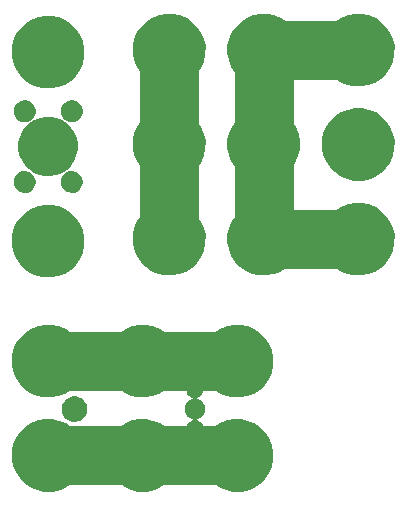
<source format=gbs>
%TF.GenerationSoftware,KiCad,Pcbnew,4.0.4+e1-6308~48~ubuntu14.04.1-stable*%
%TF.CreationDate,2016-11-21T10:30:33-08:00*%
%TF.ProjectId,VibeMotor-Button-Battery,566962654D6F746F722D427574746F6E,rev?*%
%TF.FileFunction,Soldermask,Bot*%
%FSLAX46Y46*%
G04 Gerber Fmt 4.6, Leading zero omitted, Abs format (unit mm)*
G04 Created by KiCad (PCBNEW 4.0.4+e1-6308~48~ubuntu14.04.1-stable) date Mon Nov 21 10:30:33 2016*
%MOMM*%
%LPD*%
G01*
G04 APERTURE LIST*
%ADD10C,0.350000*%
%ADD11C,5.000000*%
G04 APERTURE END LIST*
D10*
D11*
X151132000Y-118490000D02*
X167132000Y-118490000D01*
X167132000Y-110490000D02*
X151132000Y-110490000D01*
X169380900Y-100163900D02*
X177380900Y-100163900D01*
X169380900Y-84163900D02*
X169380900Y-100163900D01*
X177380900Y-84163900D02*
X169380900Y-84163900D01*
X161380900Y-100163900D02*
X161380900Y-84163900D01*
D10*
G36*
X167455110Y-115415847D02*
X168046055Y-115537151D01*
X168602198Y-115770932D01*
X169102334Y-116108278D01*
X169527421Y-116536343D01*
X169861266Y-117038821D01*
X170091156Y-117596576D01*
X170208264Y-118188014D01*
X170208264Y-118188024D01*
X170208331Y-118188363D01*
X170198710Y-118877416D01*
X170198633Y-118877754D01*
X170198633Y-118877762D01*
X170065057Y-119465701D01*
X169819685Y-120016816D01*
X169471937Y-120509778D01*
X169035062Y-120925809D01*
X168525700Y-121249061D01*
X167963254Y-121467219D01*
X167369147Y-121571976D01*
X166766003Y-121559342D01*
X166176800Y-121429797D01*
X165623982Y-121188277D01*
X165128607Y-120843982D01*
X164709537Y-120410023D01*
X164382738Y-119902930D01*
X164160656Y-119342014D01*
X164051755Y-118748658D01*
X164060177Y-118145441D01*
X164185606Y-117555347D01*
X164423259Y-117000858D01*
X164764091Y-116503088D01*
X165195112Y-116081000D01*
X165699913Y-115750668D01*
X166259259Y-115524677D01*
X166851845Y-115411636D01*
X167455110Y-115415847D01*
X167455110Y-115415847D01*
G37*
G36*
X151455110Y-115415847D02*
X152046055Y-115537151D01*
X152602198Y-115770932D01*
X153102334Y-116108278D01*
X153527421Y-116536343D01*
X153861266Y-117038821D01*
X154091156Y-117596576D01*
X154208264Y-118188014D01*
X154208264Y-118188024D01*
X154208331Y-118188363D01*
X154198710Y-118877416D01*
X154198633Y-118877754D01*
X154198633Y-118877762D01*
X154065057Y-119465701D01*
X153819685Y-120016816D01*
X153471937Y-120509778D01*
X153035062Y-120925809D01*
X152525700Y-121249061D01*
X151963254Y-121467219D01*
X151369147Y-121571976D01*
X150766003Y-121559342D01*
X150176800Y-121429797D01*
X149623982Y-121188277D01*
X149128607Y-120843982D01*
X148709537Y-120410023D01*
X148382738Y-119902930D01*
X148160656Y-119342014D01*
X148051755Y-118748658D01*
X148060177Y-118145441D01*
X148185606Y-117555347D01*
X148423259Y-117000858D01*
X148764091Y-116503088D01*
X149195112Y-116081000D01*
X149699913Y-115750668D01*
X150259259Y-115524677D01*
X150851845Y-115411636D01*
X151455110Y-115415847D01*
X151455110Y-115415847D01*
G37*
G36*
X159455110Y-115415847D02*
X160046055Y-115537151D01*
X160602198Y-115770932D01*
X161102334Y-116108278D01*
X161527421Y-116536343D01*
X161861266Y-117038821D01*
X162091156Y-117596576D01*
X162208264Y-118188014D01*
X162208264Y-118188024D01*
X162208331Y-118188363D01*
X162198710Y-118877416D01*
X162198633Y-118877754D01*
X162198633Y-118877762D01*
X162065057Y-119465701D01*
X161819685Y-120016816D01*
X161471937Y-120509778D01*
X161035062Y-120925809D01*
X160525700Y-121249061D01*
X159963254Y-121467219D01*
X159369147Y-121571976D01*
X158766003Y-121559342D01*
X158176800Y-121429797D01*
X157623982Y-121188277D01*
X157128607Y-120843982D01*
X156709537Y-120410023D01*
X156382738Y-119902930D01*
X156160656Y-119342014D01*
X156051755Y-118748658D01*
X156060177Y-118145441D01*
X156185606Y-117555347D01*
X156423259Y-117000858D01*
X156764091Y-116503088D01*
X157195112Y-116081000D01*
X157699913Y-115750668D01*
X158259259Y-115524677D01*
X158851845Y-115411636D01*
X159455110Y-115415847D01*
X159455110Y-115415847D01*
G37*
G36*
X163633280Y-112189281D02*
X163772779Y-112217917D01*
X163904073Y-112273108D01*
X164022140Y-112352745D01*
X164122491Y-112453798D01*
X164201300Y-112572417D01*
X164255571Y-112704087D01*
X164283164Y-112843443D01*
X164283164Y-112843453D01*
X164283231Y-112843792D01*
X164280960Y-113006457D01*
X164280883Y-113006795D01*
X164280883Y-113006804D01*
X164249409Y-113145337D01*
X164191486Y-113275436D01*
X164109391Y-113391811D01*
X164006258Y-113490024D01*
X163886012Y-113566334D01*
X163757473Y-113616192D01*
X163745006Y-113623185D01*
X163734980Y-113633375D01*
X163728190Y-113645954D01*
X163725174Y-113659927D01*
X163726169Y-113674187D01*
X163731098Y-113687605D01*
X163739570Y-113699119D01*
X163750914Y-113707816D01*
X163765629Y-113713316D01*
X163817350Y-113723933D01*
X163975762Y-113790523D01*
X164118216Y-113886609D01*
X164239294Y-114008535D01*
X164334381Y-114151654D01*
X164399863Y-114310524D01*
X164433169Y-114478735D01*
X164433238Y-114479084D01*
X164430497Y-114675348D01*
X164430420Y-114675686D01*
X164430420Y-114675695D01*
X164392429Y-114842913D01*
X164322540Y-114999885D01*
X164223490Y-115140298D01*
X164099053Y-115258797D01*
X163953970Y-115350870D01*
X163793769Y-115413008D01*
X163769813Y-115417232D01*
X163756225Y-115421670D01*
X163744411Y-115429718D01*
X163735307Y-115440739D01*
X163729634Y-115453860D01*
X163727841Y-115468042D01*
X163730070Y-115482162D01*
X163736144Y-115495102D01*
X163745583Y-115505837D01*
X163757639Y-115513518D01*
X163768421Y-115517023D01*
X163772783Y-115517918D01*
X163904073Y-115573108D01*
X164022140Y-115652745D01*
X164122491Y-115753798D01*
X164201300Y-115872417D01*
X164255571Y-116004087D01*
X164283164Y-116143443D01*
X164283164Y-116143453D01*
X164283231Y-116143792D01*
X164280960Y-116306457D01*
X164280883Y-116306795D01*
X164280883Y-116306804D01*
X164249409Y-116445337D01*
X164191486Y-116575436D01*
X164109391Y-116691811D01*
X164006258Y-116790024D01*
X163886013Y-116866334D01*
X163753233Y-116917836D01*
X163612985Y-116942566D01*
X163470599Y-116939583D01*
X163331504Y-116909001D01*
X163200999Y-116851985D01*
X163084058Y-116770709D01*
X162985127Y-116668263D01*
X162907979Y-116548552D01*
X162855550Y-116416133D01*
X162829843Y-116276063D01*
X162831831Y-116133661D01*
X162861442Y-115994355D01*
X162917544Y-115863457D01*
X162998005Y-115745947D01*
X163099756Y-115646305D01*
X163218926Y-115568323D01*
X163355589Y-115513107D01*
X163355466Y-115512803D01*
X163360286Y-115511157D01*
X163371991Y-115502952D01*
X163380947Y-115491811D01*
X163386444Y-115478615D01*
X163388048Y-115464411D01*
X163385631Y-115450322D01*
X163379384Y-115437464D01*
X163369803Y-115426856D01*
X163357646Y-115419337D01*
X163348178Y-115416256D01*
X163284927Y-115402349D01*
X163127466Y-115333556D01*
X162986370Y-115235492D01*
X162867005Y-115111886D01*
X162773922Y-114967449D01*
X162710664Y-114807678D01*
X162679647Y-114638676D01*
X162682045Y-114466859D01*
X162717772Y-114298780D01*
X162785462Y-114140845D01*
X162882543Y-113999063D01*
X163005311Y-113878839D01*
X163149096Y-113784750D01*
X163308416Y-113720379D01*
X163348925Y-113712652D01*
X163362450Y-113708025D01*
X163374150Y-113699812D01*
X163383099Y-113688666D01*
X163388589Y-113675467D01*
X163390184Y-113661262D01*
X163387759Y-113647174D01*
X163381504Y-113634320D01*
X163371917Y-113623717D01*
X163359755Y-113616206D01*
X163350314Y-113613137D01*
X163331505Y-113609002D01*
X163200999Y-113551985D01*
X163084058Y-113470709D01*
X162985127Y-113368263D01*
X162907979Y-113248552D01*
X162855550Y-113116133D01*
X162829843Y-112976063D01*
X162831831Y-112833661D01*
X162861442Y-112694355D01*
X162917544Y-112563457D01*
X162998005Y-112445947D01*
X163099756Y-112346305D01*
X163218926Y-112268323D01*
X163350972Y-112214972D01*
X163490862Y-112188287D01*
X163633280Y-112189281D01*
X163633280Y-112189281D01*
G37*
G36*
X153470042Y-113489515D02*
X153676777Y-113531952D01*
X153871347Y-113613741D01*
X154046318Y-113731761D01*
X154195033Y-113881518D01*
X154311827Y-114057308D01*
X154392253Y-114252436D01*
X154433178Y-114459124D01*
X154433178Y-114459129D01*
X154433246Y-114459473D01*
X154429880Y-114700536D01*
X154429803Y-114700874D01*
X154429803Y-114700883D01*
X154383122Y-114906349D01*
X154297281Y-115099152D01*
X154175621Y-115271615D01*
X154022782Y-115417162D01*
X153844584Y-115530250D01*
X153647810Y-115606573D01*
X153439967Y-115643222D01*
X153228957Y-115638802D01*
X153022825Y-115593481D01*
X152829422Y-115508985D01*
X152656119Y-115388536D01*
X152509508Y-115236717D01*
X152395178Y-115059310D01*
X152317481Y-114863072D01*
X152279384Y-114655492D01*
X152282330Y-114444458D01*
X152326211Y-114238013D01*
X152409353Y-114044028D01*
X152528593Y-113869883D01*
X152679384Y-113722217D01*
X152855988Y-113606651D01*
X153051675Y-113527588D01*
X153258987Y-113488042D01*
X153470042Y-113489515D01*
X153470042Y-113489515D01*
G37*
G36*
X151455110Y-107415847D02*
X152046055Y-107537151D01*
X152602198Y-107770932D01*
X153102334Y-108108278D01*
X153527421Y-108536343D01*
X153861266Y-109038821D01*
X154091156Y-109596576D01*
X154208264Y-110188014D01*
X154208264Y-110188024D01*
X154208331Y-110188363D01*
X154198710Y-110877416D01*
X154198633Y-110877754D01*
X154198633Y-110877762D01*
X154065057Y-111465701D01*
X153819685Y-112016816D01*
X153471937Y-112509778D01*
X153035062Y-112925809D01*
X152525700Y-113249061D01*
X151963254Y-113467219D01*
X151369147Y-113571976D01*
X150766003Y-113559342D01*
X150176800Y-113429797D01*
X149623982Y-113188277D01*
X149128607Y-112843982D01*
X148709537Y-112410023D01*
X148382738Y-111902930D01*
X148160656Y-111342014D01*
X148051755Y-110748658D01*
X148060177Y-110145441D01*
X148185606Y-109555347D01*
X148423259Y-109000858D01*
X148764091Y-108503088D01*
X149195112Y-108081000D01*
X149699913Y-107750668D01*
X150259259Y-107524677D01*
X150851845Y-107411636D01*
X151455110Y-107415847D01*
X151455110Y-107415847D01*
G37*
G36*
X159455110Y-107415847D02*
X160046055Y-107537151D01*
X160602198Y-107770932D01*
X161102334Y-108108278D01*
X161527421Y-108536343D01*
X161861266Y-109038821D01*
X162091156Y-109596576D01*
X162208264Y-110188014D01*
X162208264Y-110188024D01*
X162208331Y-110188363D01*
X162198710Y-110877416D01*
X162198633Y-110877754D01*
X162198633Y-110877762D01*
X162065057Y-111465701D01*
X161819685Y-112016816D01*
X161471937Y-112509778D01*
X161035062Y-112925809D01*
X160525700Y-113249061D01*
X159963254Y-113467219D01*
X159369147Y-113571976D01*
X158766003Y-113559342D01*
X158176800Y-113429797D01*
X157623982Y-113188277D01*
X157128607Y-112843982D01*
X156709537Y-112410023D01*
X156382738Y-111902930D01*
X156160656Y-111342014D01*
X156051755Y-110748658D01*
X156060177Y-110145441D01*
X156185606Y-109555347D01*
X156423259Y-109000858D01*
X156764091Y-108503088D01*
X157195112Y-108081000D01*
X157699913Y-107750668D01*
X158259259Y-107524677D01*
X158851845Y-107411636D01*
X159455110Y-107415847D01*
X159455110Y-107415847D01*
G37*
G36*
X167455110Y-107415847D02*
X168046055Y-107537151D01*
X168602198Y-107770932D01*
X169102334Y-108108278D01*
X169527421Y-108536343D01*
X169861266Y-109038821D01*
X170091156Y-109596576D01*
X170208264Y-110188014D01*
X170208264Y-110188024D01*
X170208331Y-110188363D01*
X170198710Y-110877416D01*
X170198633Y-110877754D01*
X170198633Y-110877762D01*
X170065057Y-111465701D01*
X169819685Y-112016816D01*
X169471937Y-112509778D01*
X169035062Y-112925809D01*
X168525700Y-113249061D01*
X167963254Y-113467219D01*
X167369147Y-113571976D01*
X166766003Y-113559342D01*
X166176800Y-113429797D01*
X165623982Y-113188277D01*
X165128607Y-112843982D01*
X164709537Y-112410023D01*
X164382738Y-111902930D01*
X164160656Y-111342014D01*
X164051755Y-110748658D01*
X164060177Y-110145441D01*
X164185606Y-109555347D01*
X164423259Y-109000858D01*
X164764091Y-108503088D01*
X165195112Y-108081000D01*
X165699913Y-107750668D01*
X166259259Y-107524677D01*
X166851845Y-107411636D01*
X167455110Y-107415847D01*
X167455110Y-107415847D01*
G37*
G36*
X151453110Y-97255847D02*
X152044055Y-97377151D01*
X152600198Y-97610932D01*
X153100334Y-97948278D01*
X153525421Y-98376343D01*
X153859266Y-98878821D01*
X154089156Y-99436576D01*
X154206264Y-100028014D01*
X154206264Y-100028024D01*
X154206331Y-100028363D01*
X154196710Y-100717416D01*
X154196633Y-100717754D01*
X154196633Y-100717762D01*
X154063057Y-101305701D01*
X153817685Y-101856816D01*
X153469937Y-102349778D01*
X153033062Y-102765809D01*
X152523700Y-103089061D01*
X151961254Y-103307219D01*
X151367147Y-103411976D01*
X150764003Y-103399342D01*
X150174800Y-103269797D01*
X149621982Y-103028277D01*
X149126607Y-102683982D01*
X148707537Y-102250023D01*
X148380738Y-101742930D01*
X148158656Y-101182014D01*
X148049755Y-100588658D01*
X148058177Y-99985441D01*
X148183606Y-99395347D01*
X148421259Y-98840858D01*
X148762091Y-98343088D01*
X149193112Y-97921000D01*
X149697913Y-97590668D01*
X150257259Y-97364677D01*
X150849845Y-97251636D01*
X151453110Y-97255847D01*
X151453110Y-97255847D01*
G37*
G36*
X177704010Y-97089747D02*
X178294955Y-97211051D01*
X178851098Y-97444832D01*
X179351234Y-97782178D01*
X179776321Y-98210243D01*
X180110166Y-98712721D01*
X180340056Y-99270476D01*
X180457164Y-99861914D01*
X180457164Y-99861924D01*
X180457231Y-99862263D01*
X180447610Y-100551316D01*
X180447533Y-100551654D01*
X180447533Y-100551662D01*
X180313957Y-101139601D01*
X180068585Y-101690716D01*
X179720837Y-102183678D01*
X179283962Y-102599709D01*
X178774600Y-102922961D01*
X178212154Y-103141119D01*
X177618047Y-103245876D01*
X177014903Y-103233242D01*
X176425700Y-103103697D01*
X175872882Y-102862177D01*
X175377507Y-102517882D01*
X174958437Y-102083923D01*
X174631638Y-101576830D01*
X174409556Y-101015914D01*
X174300655Y-100422558D01*
X174309077Y-99819341D01*
X174434506Y-99229247D01*
X174672159Y-98674758D01*
X175012991Y-98176988D01*
X175444012Y-97754900D01*
X175948813Y-97424568D01*
X176508159Y-97198577D01*
X177100745Y-97085536D01*
X177704010Y-97089747D01*
X177704010Y-97089747D01*
G37*
G36*
X169704010Y-97089747D02*
X170294955Y-97211051D01*
X170851098Y-97444832D01*
X171351234Y-97782178D01*
X171776321Y-98210243D01*
X172110166Y-98712721D01*
X172340056Y-99270476D01*
X172457164Y-99861914D01*
X172457164Y-99861924D01*
X172457231Y-99862263D01*
X172447610Y-100551316D01*
X172447533Y-100551654D01*
X172447533Y-100551662D01*
X172313957Y-101139601D01*
X172068585Y-101690716D01*
X171720837Y-102183678D01*
X171283962Y-102599709D01*
X170774600Y-102922961D01*
X170212154Y-103141119D01*
X169618047Y-103245876D01*
X169014903Y-103233242D01*
X168425700Y-103103697D01*
X167872882Y-102862177D01*
X167377507Y-102517882D01*
X166958437Y-102083923D01*
X166631638Y-101576830D01*
X166409556Y-101015914D01*
X166300655Y-100422558D01*
X166309077Y-99819341D01*
X166434506Y-99229247D01*
X166672159Y-98674758D01*
X167012991Y-98176988D01*
X167444012Y-97754900D01*
X167948813Y-97424568D01*
X168508159Y-97198577D01*
X169100745Y-97085536D01*
X169704010Y-97089747D01*
X169704010Y-97089747D01*
G37*
G36*
X161704010Y-97089747D02*
X162294955Y-97211051D01*
X162851098Y-97444832D01*
X163351234Y-97782178D01*
X163776321Y-98210243D01*
X164110166Y-98712721D01*
X164340056Y-99270476D01*
X164457164Y-99861914D01*
X164457164Y-99861924D01*
X164457231Y-99862263D01*
X164447610Y-100551316D01*
X164447533Y-100551654D01*
X164447533Y-100551662D01*
X164313957Y-101139601D01*
X164068585Y-101690716D01*
X163720837Y-102183678D01*
X163283962Y-102599709D01*
X162774600Y-102922961D01*
X162212154Y-103141119D01*
X161618047Y-103245876D01*
X161014903Y-103233242D01*
X160425700Y-103103697D01*
X159872882Y-102862177D01*
X159377507Y-102517882D01*
X158958437Y-102083923D01*
X158631638Y-101576830D01*
X158409556Y-101015914D01*
X158300655Y-100422558D01*
X158309077Y-99819341D01*
X158434506Y-99229247D01*
X158672159Y-98674758D01*
X159012991Y-98176988D01*
X159444012Y-97754900D01*
X159948813Y-97424568D01*
X160508159Y-97198577D01*
X161100745Y-97085536D01*
X161704010Y-97089747D01*
X161704010Y-97089747D01*
G37*
G36*
X149241486Y-94411015D02*
X149419407Y-94447537D01*
X149586858Y-94517927D01*
X149737441Y-94619497D01*
X149865429Y-94748381D01*
X149965943Y-94899669D01*
X150035162Y-95067605D01*
X150070372Y-95245427D01*
X150070372Y-95245442D01*
X150070439Y-95245781D01*
X150067542Y-95453245D01*
X150067466Y-95453579D01*
X150067466Y-95453592D01*
X150027302Y-95630372D01*
X149953426Y-95796302D01*
X149848723Y-95944727D01*
X149717185Y-96069988D01*
X149563823Y-96167316D01*
X149394479Y-96233000D01*
X149215603Y-96264541D01*
X149034004Y-96260736D01*
X148856602Y-96221732D01*
X148690155Y-96149013D01*
X148541007Y-96045353D01*
X148414831Y-95914694D01*
X148316436Y-95762013D01*
X148249568Y-95593127D01*
X148216781Y-95414480D01*
X148219316Y-95232859D01*
X148257082Y-95055188D01*
X148328635Y-94888240D01*
X148431255Y-94738368D01*
X148561029Y-94611284D01*
X148713019Y-94511825D01*
X148881431Y-94443782D01*
X149059848Y-94409747D01*
X149241486Y-94411015D01*
X149241486Y-94411015D01*
G37*
G36*
X153241486Y-94411015D02*
X153419407Y-94447537D01*
X153586858Y-94517927D01*
X153737441Y-94619497D01*
X153865429Y-94748381D01*
X153965943Y-94899669D01*
X154035162Y-95067605D01*
X154070372Y-95245427D01*
X154070372Y-95245442D01*
X154070439Y-95245781D01*
X154067542Y-95453245D01*
X154067466Y-95453579D01*
X154067466Y-95453592D01*
X154027302Y-95630372D01*
X153953426Y-95796302D01*
X153848723Y-95944727D01*
X153717185Y-96069988D01*
X153563823Y-96167316D01*
X153394479Y-96233000D01*
X153215603Y-96264541D01*
X153034004Y-96260736D01*
X152856602Y-96221732D01*
X152690155Y-96149013D01*
X152541007Y-96045353D01*
X152414831Y-95914694D01*
X152316436Y-95762013D01*
X152249568Y-95593127D01*
X152216781Y-95414480D01*
X152219316Y-95232859D01*
X152257082Y-95055188D01*
X152328635Y-94888240D01*
X152431255Y-94738368D01*
X152561029Y-94611284D01*
X152713019Y-94511825D01*
X152881431Y-94443782D01*
X153059848Y-94409747D01*
X153241486Y-94411015D01*
X153241486Y-94411015D01*
G37*
G36*
X169704010Y-89089747D02*
X170294955Y-89211051D01*
X170851098Y-89444832D01*
X171351234Y-89782178D01*
X171776321Y-90210243D01*
X172110166Y-90712721D01*
X172340056Y-91270476D01*
X172457164Y-91861914D01*
X172457164Y-91861924D01*
X172457231Y-91862263D01*
X172447610Y-92551316D01*
X172447533Y-92551654D01*
X172447533Y-92551662D01*
X172313957Y-93139601D01*
X172068585Y-93690716D01*
X171720837Y-94183678D01*
X171283962Y-94599709D01*
X170774600Y-94922961D01*
X170212154Y-95141119D01*
X169618047Y-95245876D01*
X169014903Y-95233242D01*
X168425700Y-95103697D01*
X167872882Y-94862177D01*
X167377507Y-94517882D01*
X166958437Y-94083923D01*
X166631638Y-93576830D01*
X166409556Y-93015914D01*
X166300655Y-92422558D01*
X166309077Y-91819341D01*
X166434506Y-91229247D01*
X166672159Y-90674758D01*
X167012991Y-90176988D01*
X167444012Y-89754900D01*
X167948813Y-89424568D01*
X168508159Y-89198577D01*
X169100745Y-89085536D01*
X169704010Y-89089747D01*
X169704010Y-89089747D01*
G37*
G36*
X177704010Y-89089747D02*
X178294955Y-89211051D01*
X178851098Y-89444832D01*
X179351234Y-89782178D01*
X179776321Y-90210243D01*
X180110166Y-90712721D01*
X180340056Y-91270476D01*
X180457164Y-91861914D01*
X180457164Y-91861924D01*
X180457231Y-91862263D01*
X180447610Y-92551316D01*
X180447533Y-92551654D01*
X180447533Y-92551662D01*
X180313957Y-93139601D01*
X180068585Y-93690716D01*
X179720837Y-94183678D01*
X179283962Y-94599709D01*
X178774600Y-94922961D01*
X178212154Y-95141119D01*
X177618047Y-95245876D01*
X177014903Y-95233242D01*
X176425700Y-95103697D01*
X175872882Y-94862177D01*
X175377507Y-94517882D01*
X174958437Y-94083923D01*
X174631638Y-93576830D01*
X174409556Y-93015914D01*
X174300655Y-92422558D01*
X174309077Y-91819341D01*
X174434506Y-91229247D01*
X174672159Y-90674758D01*
X175012991Y-90176988D01*
X175444012Y-89754900D01*
X175948813Y-89424568D01*
X176508159Y-89198577D01*
X177100745Y-89085536D01*
X177704010Y-89089747D01*
X177704010Y-89089747D01*
G37*
G36*
X161704010Y-89089747D02*
X162294955Y-89211051D01*
X162851098Y-89444832D01*
X163351234Y-89782178D01*
X163776321Y-90210243D01*
X164110166Y-90712721D01*
X164340056Y-91270476D01*
X164457164Y-91861914D01*
X164457164Y-91861924D01*
X164457231Y-91862263D01*
X164447610Y-92551316D01*
X164447533Y-92551654D01*
X164447533Y-92551662D01*
X164313957Y-93139601D01*
X164068585Y-93690716D01*
X163720837Y-94183678D01*
X163283962Y-94599709D01*
X162774600Y-94922961D01*
X162212154Y-95141119D01*
X161618047Y-95245876D01*
X161014903Y-95233242D01*
X160425700Y-95103697D01*
X159872882Y-94862177D01*
X159377507Y-94517882D01*
X158958437Y-94083923D01*
X158631638Y-93576830D01*
X158409556Y-93015914D01*
X158300655Y-92422558D01*
X158309077Y-91819341D01*
X158434506Y-91229247D01*
X158672159Y-90674758D01*
X159012991Y-90176988D01*
X159444012Y-89754900D01*
X159948813Y-89424568D01*
X160508159Y-89198577D01*
X161100745Y-89085536D01*
X161704010Y-89089747D01*
X161704010Y-89089747D01*
G37*
G36*
X151394291Y-89815473D02*
X151877658Y-89914695D01*
X152332560Y-90105918D01*
X152741650Y-90381853D01*
X153089353Y-90731991D01*
X153362424Y-91142997D01*
X153550464Y-91599216D01*
X153646240Y-92082925D01*
X153646240Y-92082930D01*
X153646308Y-92083274D01*
X153638438Y-92646889D01*
X153638361Y-92647227D01*
X153638361Y-92647236D01*
X153529116Y-93128083D01*
X153328412Y-93578870D01*
X153043969Y-93982093D01*
X152686624Y-94322388D01*
X152269989Y-94586794D01*
X151809928Y-94765239D01*
X151323977Y-94850926D01*
X150830630Y-94840591D01*
X150348687Y-94734629D01*
X149896505Y-94537076D01*
X149491310Y-94255458D01*
X149148529Y-93900498D01*
X148881221Y-93485716D01*
X148699566Y-93026911D01*
X148610490Y-92541571D01*
X148617379Y-92048166D01*
X148719975Y-91565494D01*
X148914365Y-91111945D01*
X149193151Y-90704790D01*
X149545708Y-90359540D01*
X149958613Y-90089343D01*
X150416136Y-89904491D01*
X150900844Y-89812029D01*
X151394291Y-89815473D01*
X151394291Y-89815473D01*
G37*
G36*
X149241486Y-88411015D02*
X149419407Y-88447537D01*
X149586858Y-88517927D01*
X149737441Y-88619497D01*
X149865429Y-88748381D01*
X149965943Y-88899669D01*
X150035162Y-89067605D01*
X150070372Y-89245427D01*
X150070372Y-89245442D01*
X150070439Y-89245781D01*
X150067542Y-89453245D01*
X150067466Y-89453579D01*
X150067466Y-89453592D01*
X150027302Y-89630372D01*
X149953426Y-89796302D01*
X149848723Y-89944727D01*
X149717185Y-90069988D01*
X149563823Y-90167316D01*
X149394479Y-90233000D01*
X149215603Y-90264541D01*
X149034004Y-90260736D01*
X148856602Y-90221732D01*
X148690155Y-90149013D01*
X148541007Y-90045353D01*
X148414831Y-89914694D01*
X148316436Y-89762013D01*
X148249568Y-89593127D01*
X148216781Y-89414480D01*
X148219316Y-89232859D01*
X148257082Y-89055188D01*
X148328635Y-88888240D01*
X148431255Y-88738368D01*
X148561029Y-88611284D01*
X148713019Y-88511825D01*
X148881431Y-88443782D01*
X149059848Y-88409747D01*
X149241486Y-88411015D01*
X149241486Y-88411015D01*
G37*
G36*
X153241486Y-88411015D02*
X153419407Y-88447537D01*
X153586858Y-88517927D01*
X153737441Y-88619497D01*
X153865429Y-88748381D01*
X153965943Y-88899669D01*
X154035162Y-89067605D01*
X154070372Y-89245427D01*
X154070372Y-89245442D01*
X154070439Y-89245781D01*
X154067542Y-89453245D01*
X154067466Y-89453579D01*
X154067466Y-89453592D01*
X154027302Y-89630372D01*
X153953426Y-89796302D01*
X153848723Y-89944727D01*
X153717185Y-90069988D01*
X153563823Y-90167316D01*
X153394479Y-90233000D01*
X153215603Y-90264541D01*
X153034004Y-90260736D01*
X152856602Y-90221732D01*
X152690155Y-90149013D01*
X152541007Y-90045353D01*
X152414831Y-89914694D01*
X152316436Y-89762013D01*
X152249568Y-89593127D01*
X152216781Y-89414480D01*
X152219316Y-89232859D01*
X152257082Y-89055188D01*
X152328635Y-88888240D01*
X152431255Y-88738368D01*
X152561029Y-88611284D01*
X152713019Y-88511825D01*
X152881431Y-88443782D01*
X153059848Y-88409747D01*
X153241486Y-88411015D01*
X153241486Y-88411015D01*
G37*
G36*
X151453110Y-81255847D02*
X152044055Y-81377151D01*
X152600198Y-81610932D01*
X153100334Y-81948278D01*
X153525421Y-82376343D01*
X153859266Y-82878821D01*
X154089156Y-83436576D01*
X154206264Y-84028014D01*
X154206264Y-84028024D01*
X154206331Y-84028363D01*
X154196710Y-84717416D01*
X154196633Y-84717754D01*
X154196633Y-84717762D01*
X154063057Y-85305701D01*
X153817685Y-85856816D01*
X153469937Y-86349778D01*
X153033062Y-86765809D01*
X152523700Y-87089061D01*
X151961254Y-87307219D01*
X151367147Y-87411976D01*
X150764003Y-87399342D01*
X150174800Y-87269797D01*
X149621982Y-87028277D01*
X149126607Y-86683982D01*
X148707537Y-86250023D01*
X148380738Y-85742930D01*
X148158656Y-85182014D01*
X148049755Y-84588658D01*
X148058177Y-83985441D01*
X148183606Y-83395347D01*
X148421259Y-82840858D01*
X148762091Y-82343088D01*
X149193112Y-81921000D01*
X149697913Y-81590668D01*
X150257259Y-81364677D01*
X150849845Y-81251636D01*
X151453110Y-81255847D01*
X151453110Y-81255847D01*
G37*
G36*
X169704010Y-81089747D02*
X170294955Y-81211051D01*
X170851098Y-81444832D01*
X171351234Y-81782178D01*
X171776321Y-82210243D01*
X172110166Y-82712721D01*
X172340056Y-83270476D01*
X172457164Y-83861914D01*
X172457164Y-83861924D01*
X172457231Y-83862263D01*
X172447610Y-84551316D01*
X172447533Y-84551654D01*
X172447533Y-84551662D01*
X172313957Y-85139601D01*
X172068585Y-85690716D01*
X171720837Y-86183678D01*
X171283962Y-86599709D01*
X170774600Y-86922961D01*
X170212154Y-87141119D01*
X169618047Y-87245876D01*
X169014903Y-87233242D01*
X168425700Y-87103697D01*
X167872882Y-86862177D01*
X167377507Y-86517882D01*
X166958437Y-86083923D01*
X166631638Y-85576830D01*
X166409556Y-85015914D01*
X166300655Y-84422558D01*
X166309077Y-83819341D01*
X166434506Y-83229247D01*
X166672159Y-82674758D01*
X167012991Y-82176988D01*
X167444012Y-81754900D01*
X167948813Y-81424568D01*
X168508159Y-81198577D01*
X169100745Y-81085536D01*
X169704010Y-81089747D01*
X169704010Y-81089747D01*
G37*
G36*
X161704010Y-81089747D02*
X162294955Y-81211051D01*
X162851098Y-81444832D01*
X163351234Y-81782178D01*
X163776321Y-82210243D01*
X164110166Y-82712721D01*
X164340056Y-83270476D01*
X164457164Y-83861914D01*
X164457164Y-83861924D01*
X164457231Y-83862263D01*
X164447610Y-84551316D01*
X164447533Y-84551654D01*
X164447533Y-84551662D01*
X164313957Y-85139601D01*
X164068585Y-85690716D01*
X163720837Y-86183678D01*
X163283962Y-86599709D01*
X162774600Y-86922961D01*
X162212154Y-87141119D01*
X161618047Y-87245876D01*
X161014903Y-87233242D01*
X160425700Y-87103697D01*
X159872882Y-86862177D01*
X159377507Y-86517882D01*
X158958437Y-86083923D01*
X158631638Y-85576830D01*
X158409556Y-85015914D01*
X158300655Y-84422558D01*
X158309077Y-83819341D01*
X158434506Y-83229247D01*
X158672159Y-82674758D01*
X159012991Y-82176988D01*
X159444012Y-81754900D01*
X159948813Y-81424568D01*
X160508159Y-81198577D01*
X161100745Y-81085536D01*
X161704010Y-81089747D01*
X161704010Y-81089747D01*
G37*
G36*
X177704010Y-81089747D02*
X178294955Y-81211051D01*
X178851098Y-81444832D01*
X179351234Y-81782178D01*
X179776321Y-82210243D01*
X180110166Y-82712721D01*
X180340056Y-83270476D01*
X180457164Y-83861914D01*
X180457164Y-83861924D01*
X180457231Y-83862263D01*
X180447610Y-84551316D01*
X180447533Y-84551654D01*
X180447533Y-84551662D01*
X180313957Y-85139601D01*
X180068585Y-85690716D01*
X179720837Y-86183678D01*
X179283962Y-86599709D01*
X178774600Y-86922961D01*
X178212154Y-87141119D01*
X177618047Y-87245876D01*
X177014903Y-87233242D01*
X176425700Y-87103697D01*
X175872882Y-86862177D01*
X175377507Y-86517882D01*
X174958437Y-86083923D01*
X174631638Y-85576830D01*
X174409556Y-85015914D01*
X174300655Y-84422558D01*
X174309077Y-83819341D01*
X174434506Y-83229247D01*
X174672159Y-82674758D01*
X175012991Y-82176988D01*
X175444012Y-81754900D01*
X175948813Y-81424568D01*
X176508159Y-81198577D01*
X177100745Y-81085536D01*
X177704010Y-81089747D01*
X177704010Y-81089747D01*
G37*
M02*

</source>
